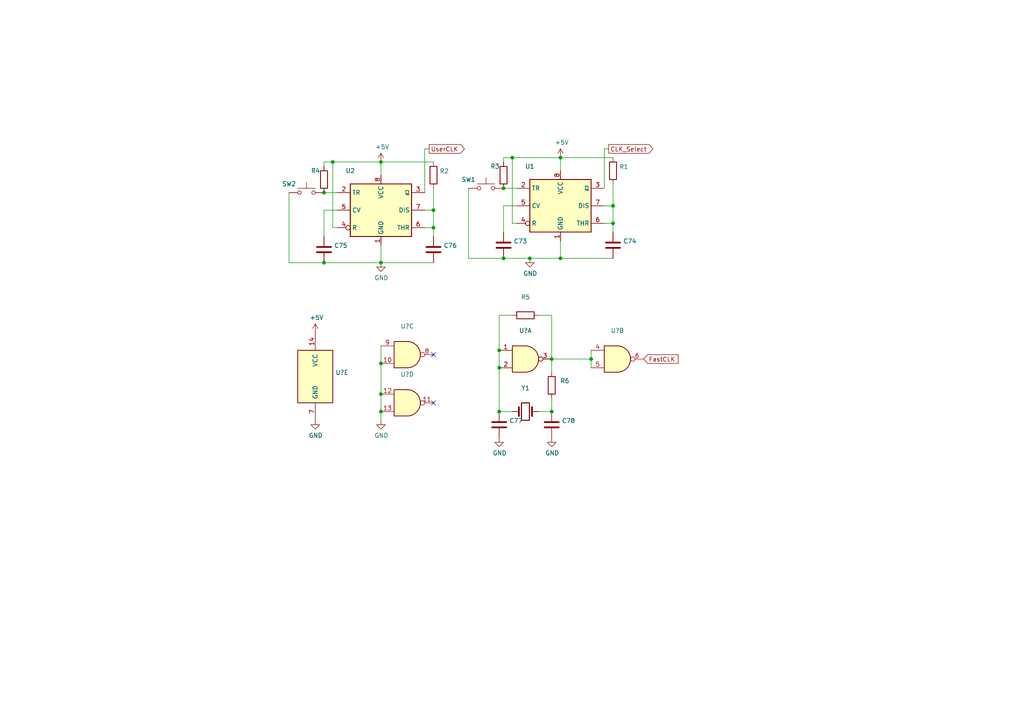
<source format=kicad_sch>
(kicad_sch (version 20211123) (generator eeschema)
  (paper "A4")
  (lib_symbols
    (symbol "74xx:74HC00" (pin_names (offset 1.016))
      (property "Reference" "U" (at 0 1.27 0))
      (property "Value" "74HC00" (at 0 -1.27 0))
      (symbol "74HC00_1_1"
        (arc (start 0 -3.81) (mid 3.81 0) (end 0 3.81) (stroke (width 0.254)) (fill (type background)))
        (polyline (pts (xy 0 3.81) (xy -3.81 3.81) (xy -3.81 -3.81) (xy 0 -3.81)) (stroke (width 0.254)) (fill (type background)))
        (pin input line (at -7.62 2.54 0) (length 3.81) (name "~") (number "1"))
        (pin input line (at -7.62 -2.54 0) (length 3.81) (name "~") (number "2"))
        (pin output inverted (at 7.62 0 180) (length 3.81) (name "~") (number "3"))
      )
      (symbol "74HC00_1_2"
        (arc (start -3.81 -3.81) (mid -2.589 0) (end -3.81 3.81) (stroke (width 0.254)))
        (arc (start -0.6096 -3.81) (mid 2.1842 -2.5851) (end 3.81 0) (stroke (width 0.254)) (fill (type background)))
        (polyline (pts (xy -3.81 -3.81) (xy -0.635 -3.81)) (stroke (width 0.254)) (fill (type background)))
        (polyline (pts (xy -3.81 3.81) (xy -0.635 3.81)) (stroke (width 0.254)) (fill (type background)))
        (polyline (pts (xy -0.635 3.81) (xy -3.81 3.81) (xy -3.81 3.81) (xy -3.556 3.4036) (xy -3.0226 2.2606) (xy -2.6924 1.0414) (xy -2.6162 -0.254) (xy -2.7686 -1.4986) (xy -3.175 -2.7178) (xy -3.81 -3.81) (xy -3.81 -3.81) (xy -0.635 -3.81)) (stroke (width -25.4)) (fill (type background)))
        (arc (start 3.81 0) (mid 2.1915 2.5936) (end -0.6096 3.81) (stroke (width 0.254)) (fill (type background)))
        (pin input inverted (at -7.62 2.54 0) (length 4.318) (name "~") (number "1"))
        (pin input inverted (at -7.62 -2.54 0) (length 4.318) (name "~") (number "2"))
        (pin output line (at 7.62 0 180) (length 3.81) (name "~") (number "3"))
      )
      (symbol "74HC00_2_1"
        (arc (start 0 -3.81) (mid 3.81 0) (end 0 3.81) (stroke (width 0.254)) (fill (type background)))
        (polyline (pts (xy 0 3.81) (xy -3.81 3.81) (xy -3.81 -3.81) (xy 0 -3.81)) (stroke (width 0.254)) (fill (type background)))
        (pin input line (at -7.62 2.54 0) (length 3.81) (name "~") (number "4"))
        (pin input line (at -7.62 -2.54 0) (length 3.81) (name "~") (number "5"))
        (pin output inverted (at 7.62 0 180) (length 3.81) (name "~") (number "6"))
      )
      (symbol "74HC00_2_2"
        (arc (start -3.81 -3.81) (mid -2.589 0) (end -3.81 3.81) (stroke (width 0.254)))
        (arc (start -0.6096 -3.81) (mid 2.1842 -2.5851) (end 3.81 0) (stroke (width 0.254)) (fill (type background)))
        (polyline (pts (xy -3.81 -3.81) (xy -0.635 -3.81)) (stroke (width 0.254)) (fill (type background)))
        (polyline (pts (xy -3.81 3.81) (xy -0.635 3.81)) (stroke (width 0.254)) (fill (type background)))
        (polyline (pts (xy -0.635 3.81) (xy -3.81 3.81) (xy -3.81 3.81) (xy -3.556 3.4036) (xy -3.0226 2.2606) (xy -2.6924 1.0414) (xy -2.6162 -0.254) (xy -2.7686 -1.4986) (xy -3.175 -2.7178) (xy -3.81 -3.81) (xy -3.81 -3.81) (xy -0.635 -3.81)) (stroke (width -25.4)) (fill (type background)))
        (arc (start 3.81 0) (mid 2.1915 2.5936) (end -0.6096 3.81) (stroke (width 0.254)) (fill (type background)))
        (pin input inverted (at -7.62 2.54 0) (length 4.318) (name "~") (number "4"))
        (pin input inverted (at -7.62 -2.54 0) (length 4.318) (name "~") (number "5"))
        (pin output line (at 7.62 0 180) (length 3.81) (name "~") (number "6"))
      )
      (symbol "74HC00_3_1"
        (arc (start 0 -3.81) (mid 3.81 0) (end 0 3.81) (stroke (width 0.254)) (fill (type background)))
        (polyline (pts (xy 0 3.81) (xy -3.81 3.81) (xy -3.81 -3.81) (xy 0 -3.81)) (stroke (width 0.254)) (fill (type background)))
        (pin input line (at -7.62 -2.54 0) (length 3.81) (name "~") (number "10"))
        (pin output inverted (at 7.62 0 180) (length 3.81) (name "~") (number "8"))
        (pin input line (at -7.62 2.54 0) (length 3.81) (name "~") (number "9"))
      )
      (symbol "74HC00_3_2"
        (arc (start -3.81 -3.81) (mid -2.589 0) (end -3.81 3.81) (stroke (width 0.254)))
        (arc (start -0.6096 -3.81) (mid 2.1842 -2.5851) (end 3.81 0) (stroke (width 0.254)) (fill (type background)))
        (polyline (pts (xy -3.81 -3.81) (xy -0.635 -3.81)) (stroke (width 0.254)) (fill (type background)))
        (polyline (pts (xy -3.81 3.81) (xy -0.635 3.81)) (stroke (width 0.254)) (fill (type background)))
        (polyline (pts (xy -0.635 3.81) (xy -3.81 3.81) (xy -3.81 3.81) (xy -3.556 3.4036) (xy -3.0226 2.2606) (xy -2.6924 1.0414) (xy -2.6162 -0.254) (xy -2.7686 -1.4986) (xy -3.175 -2.7178) (xy -3.81 -3.81) (xy -3.81 -3.81) (xy -0.635 -3.81)) (stroke (width -25.4)) (fill (type background)))
        (arc (start 3.81 0) (mid 2.1915 2.5936) (end -0.6096 3.81) (stroke (width 0.254)) (fill (type background)))
        (pin input inverted (at -7.62 -2.54 0) (length 4.318) (name "~") (number "10"))
        (pin output line (at 7.62 0 180) (length 3.81) (name "~") (number "8"))
        (pin input inverted (at -7.62 2.54 0) (length 4.318) (name "~") (number "9"))
      )
      (symbol "74HC00_4_1"
        (arc (start 0 -3.81) (mid 3.81 0) (end 0 3.81) (stroke (width 0.254)) (fill (type background)))
        (polyline (pts (xy 0 3.81) (xy -3.81 3.81) (xy -3.81 -3.81) (xy 0 -3.81)) (stroke (width 0.254)) (fill (type background)))
        (pin output inverted (at 7.62 0 180) (length 3.81) (name "~") (number "11"))
        (pin input line (at -7.62 2.54 0) (length 3.81) (name "~") (number "12"))
        (pin input line (at -7.62 -2.54 0) (length 3.81) (name "~") (number "13"))
      )
      (symbol "74HC00_4_2"
        (arc (start -3.81 -3.81) (mid -2.589 0) (end -3.81 3.81) (stroke (width 0.254)))
        (arc (start -0.6096 -3.81) (mid 2.1842 -2.5851) (end 3.81 0) (stroke (width 0.254)) (fill (type background)))
        (polyline (pts (xy -3.81 -3.81) (xy -0.635 -3.81)) (stroke (width 0.254)) (fill (type background)))
        (polyline (pts (xy -3.81 3.81) (xy -0.635 3.81)) (stroke (width 0.254)) (fill (type background)))
        (polyline (pts (xy -0.635 3.81) (xy -3.81 3.81) (xy -3.81 3.81) (xy -3.556 3.4036) (xy -3.0226 2.2606) (xy -2.6924 1.0414) (xy -2.6162 -0.254) (xy -2.7686 -1.4986) (xy -3.175 -2.7178) (xy -3.81 -3.81) (xy -3.81 -3.81) (xy -0.635 -3.81)) (stroke (width -25.4)) (fill (type background)))
        (arc (start 3.81 0) (mid 2.1915 2.5936) (end -0.6096 3.81) (stroke (width 0.254)) (fill (type background)))
        (pin output line (at 7.62 0 180) (length 3.81) (name "~") (number "11"))
        (pin input inverted (at -7.62 2.54 0) (length 4.318) (name "~") (number "12"))
        (pin input inverted (at -7.62 -2.54 0) (length 4.318) (name "~") (number "13"))
      )
      (symbol "74HC00_5_0"
        (pin power_in line (at 0 12.7 270) (length 5.08) (name "VCC") (number "14"))
        (pin power_in line (at 0 -12.7 90) (length 5.08) (name "GND") (number "7"))
      )
      (symbol "74HC00_5_1"
        (rectangle (start -5.08 7.62) (end 5.08 -7.62) (stroke (width 0.254)) (fill (type background)))
      )
    )
    (symbol "Device:C" (pin_numbers hide) (pin_names (offset 0.254))
      (property "Reference" "C" (at 0.635 2.54 0))
      (property "Value" "C" (at 0.635 -2.54 0))
      (symbol "C_0_1"
        (polyline (pts (xy -2.032 -0.762) (xy 2.032 -0.762)) (stroke (width 0.508)))
        (polyline (pts (xy -2.032 0.762) (xy 2.032 0.762)) (stroke (width 0.508)))
      )
      (symbol "C_1_1"
        (pin passive line (at 0 3.81 270) (length 2.794) (name "~") (number "1"))
        (pin passive line (at 0 -3.81 90) (length 2.794) (name "~") (number "2"))
      )
    )
    (symbol "Device:Crystal" (pin_numbers hide) (pin_names (offset 1.016) hide)
      (property "Reference" "Y" (at 0 3.81 0))
      (property "Value" "Crystal" (at 0 -3.81 0))
      (symbol "Crystal_0_1"
        (rectangle (start -1.143 2.54) (end 1.143 -2.54) (stroke (width 0.3048)))
        (polyline (pts (xy -2.54 0) (xy -1.905 0)))
        (polyline (pts (xy -1.905 -1.27) (xy -1.905 1.27)) (stroke (width 0.508)))
        (polyline (pts (xy 1.905 -1.27) (xy 1.905 1.27)) (stroke (width 0.508)))
        (polyline (pts (xy 2.54 0) (xy 1.905 0)))
      )
      (symbol "Crystal_1_1"
        (pin passive line (at -3.81 0 0) (length 1.27) (name "1") (number "1"))
        (pin passive line (at 3.81 0 180) (length 1.27) (name "2") (number "2"))
      )
    )
    (symbol "Device:R" (pin_numbers hide) (pin_names (offset 0))
      (property "Reference" "R" (at 2.032 0 90))
      (property "Value" "R" (at 0 0 90))
      (symbol "R_0_1"
        (rectangle (start -1.016 -2.54) (end 1.016 2.54) (stroke (width 0.254)))
      )
      (symbol "R_1_1"
        (pin passive line (at 0 3.81 270) (length 1.27) (name "~") (number "1"))
        (pin passive line (at 0 -3.81 90) (length 1.27) (name "~") (number "2"))
      )
    )
    (symbol "MAX7000CPU-Gen2_5-rescue:+5V-power-MAX7000CPU-Gen2-rescue" (power) (pin_names (offset 0))
      (property "Value" "+5V-power-MAX7000CPU-Gen2-rescue" (at 0 3.556 0))
      (symbol "+5V-power-MAX7000CPU-Gen2-rescue_0_1"
        (polyline (pts (xy -0.762 1.27) (xy 0 2.54)))
        (polyline (pts (xy 0 0) (xy 0 2.54)))
        (polyline (pts (xy 0 2.54) (xy 0.762 1.27)))
      )
      (symbol "+5V-power-MAX7000CPU-Gen2-rescue_1_1"
        (pin power_in line (at 0 0 90) (length 0) hide (name "+5V") (number "1"))
      )
    )
    (symbol "MAX7000CPU-Gen2_5-rescue:C-Device-MAX7000CPU-Gen2-rescue" (pin_numbers hide) (pin_names (offset 0.254))
      (property "Reference" "C" (at 0.635 2.54 0))
      (property "Value" "C-Device-MAX7000CPU-Gen2-rescue" (at 0.635 -2.54 0))
      (symbol "C-Device-MAX7000CPU-Gen2-rescue_0_1"
        (polyline (pts (xy -2.032 -0.762) (xy 2.032 -0.762)) (stroke (width 0.508)))
        (polyline (pts (xy -2.032 0.762) (xy 2.032 0.762)) (stroke (width 0.508)))
      )
      (symbol "C-Device-MAX7000CPU-Gen2-rescue_1_1"
        (pin passive line (at 0 3.81 270) (length 2.794) (name "~") (number "1"))
        (pin passive line (at 0 -3.81 90) (length 2.794) (name "~") (number "2"))
      )
    )
    (symbol "MAX7000CPU-Gen2_5-rescue:GND-power-MAX7000CPU-Gen2-rescue" (power) (pin_names (offset 0))
      (property "Value" "GND-power-MAX7000CPU-Gen2-rescue" (at 0 -3.81 0))
      (symbol "GND-power-MAX7000CPU-Gen2-rescue_0_1"
        (polyline (pts (xy 0 0) (xy 0 -1.27) (xy 1.27 -1.27) (xy 0 -2.54) (xy -1.27 -1.27) (xy 0 -1.27)))
      )
      (symbol "GND-power-MAX7000CPU-Gen2-rescue_1_1"
        (pin power_in line (at 0 0 270) (length 0) hide (name "GND") (number "1"))
      )
    )
    (symbol "MAX7000CPU-Gen2_5-rescue:NE555P-Timer-MAX7000CPU-Gen2-rescue"
      (property "Reference" "U" (at -10.16 8.89 0))
      (property "Value" "NE555P-Timer-MAX7000CPU-Gen2-rescue" (at 2.54 8.89 0))
      (symbol "NE555P-Timer-MAX7000CPU-Gen2-rescue_0_0"
        (pin power_in line (at 0 -10.16 90) (length 2.54) (name "GND") (number "1"))
        (pin power_in line (at 0 10.16 270) (length 2.54) (name "VCC") (number "8"))
      )
      (symbol "NE555P-Timer-MAX7000CPU-Gen2-rescue_0_1"
        (rectangle (start -8.89 -7.62) (end 8.89 7.62) (stroke (width 0.254)) (fill (type background)))
        (rectangle (start -8.89 -7.62) (end 8.89 7.62) (stroke (width 0.254)) (fill (type background)))
      )
      (symbol "NE555P-Timer-MAX7000CPU-Gen2-rescue_1_1"
        (pin input line (at -12.7 5.08 0) (length 3.81) (name "TR") (number "2"))
        (pin output line (at 12.7 5.08 180) (length 3.81) (name "Q") (number "3"))
        (pin input inverted (at -12.7 -5.08 0) (length 3.81) (name "R") (number "4"))
        (pin input line (at -12.7 0 0) (length 3.81) (name "CV") (number "5"))
        (pin input line (at 12.7 -5.08 180) (length 3.81) (name "THR") (number "6"))
        (pin input line (at 12.7 0 180) (length 3.81) (name "DIS") (number "7"))
      )
    )
    (symbol "MAX7000CPU-Gen2_5-rescue:R-Device-MAX7000CPU-Gen2-rescue" (pin_numbers hide) (pin_names (offset 0))
      (property "Reference" "R" (at 2.032 0 90))
      (property "Value" "R-Device-MAX7000CPU-Gen2-rescue" (at 0 0 90))
      (symbol "R-Device-MAX7000CPU-Gen2-rescue_0_1"
        (rectangle (start -1.016 -2.54) (end 1.016 2.54) (stroke (width 0.254)))
      )
      (symbol "R-Device-MAX7000CPU-Gen2-rescue_1_1"
        (pin passive line (at 0 3.81 270) (length 1.27) (name "~") (number "1"))
        (pin passive line (at 0 -3.81 90) (length 1.27) (name "~") (number "2"))
      )
    )
    (symbol "MAX7000CPU-Gen2_5-rescue:SW_Push-Switch-MAX7000CPU-Gen2-rescue" (pin_numbers hide) (pin_names (offset 1.016) hide)
      (property "Reference" "SW" (at 1.27 2.54 0))
      (property "Value" "SW_Push-Switch-MAX7000CPU-Gen2-rescue" (at 0 -1.524 0))
      (symbol "SW_Push-Switch-MAX7000CPU-Gen2-rescue_0_1"
        (circle (center -2.032 0) (radius 0.508))
        (polyline (pts (xy 0 1.27) (xy 0 3.048)))
        (polyline (pts (xy 2.54 1.27) (xy -2.54 1.27)))
        (circle (center 2.032 0) (radius 0.508))
        (pin passive line (at -5.08 0 0) (length 2.54) (name "1") (number "1"))
        (pin passive line (at 5.08 0 180) (length 2.54) (name "2") (number "2"))
      )
    )
    (symbol "power:GND" (power) (pin_names (offset 0))
      (property "Value" "GND" (at 0 -3.81 0))
      (symbol "GND_0_1"
        (polyline (pts (xy 0 0) (xy 0 -1.27) (xy 1.27 -1.27) (xy 0 -2.54) (xy -1.27 -1.27) (xy 0 -1.27)))
      )
      (symbol "GND_1_1"
        (pin power_in line (at 0 0 270) (length 0) hide (name "GND") (number "1"))
      )
    )
  )
  (junction (at 110.49 114.3))
  (junction (at 160.02 119.38))
  (junction (at 110.49 76.2))
  (junction (at 93.98 76.2))
  (junction (at 146.05 74.93))
  (junction (at 96.52 46.99))
  (junction (at 110.49 119.38))
  (junction (at 144.78 101.6))
  (junction (at 160.02 104.14))
  (junction (at 177.8 64.77))
  (junction (at 162.56 45.72))
  (junction (at 110.49 46.99))
  (junction (at 177.8 59.69))
  (junction (at 162.56 74.93))
  (junction (at 153.67 74.93))
  (junction (at 148.59 45.72))
  (junction (at 93.98 55.88))
  (junction (at 146.05 54.61))
  (junction (at 144.78 106.68))
  (junction (at 125.73 60.96))
  (junction (at 144.78 119.38))
  (junction (at 110.49 105.41))
  (junction (at 125.73 66.04))
  (junction (at 171.45 104.14))
  (no_connect (at 125.73 116.84))
  (no_connect (at 125.73 102.87))
  (wire (pts (xy 153.67 74.93) (xy 146.05 74.93)))
  (wire (pts (xy 96.52 66.04) (xy 96.52 46.99)))
  (wire (pts (xy 175.26 54.61) (xy 175.26 43.18)))
  (wire (pts (xy 148.59 119.38) (xy 144.78 119.38)))
  (wire (pts (xy 110.49 71.12) (xy 110.49 76.2)))
  (wire (pts (xy 110.49 105.41) (xy 110.49 114.3)))
  (wire (pts (xy 175.26 64.77) (xy 177.8 64.77)))
  (wire (pts (xy 162.56 74.93) (xy 153.67 74.93)))
  (wire (pts (xy 125.73 54.61) (xy 125.73 60.96)))
  (wire (pts (xy 93.98 46.99) (xy 93.98 48.26)))
  (wire (pts (xy 160.02 104.14) (xy 171.45 104.14)))
  (wire (pts (xy 177.8 53.34) (xy 177.8 59.69)))
  (wire (pts (xy 144.78 91.44) (xy 144.78 101.6)))
  (wire (pts (xy 175.26 43.18) (xy 176.53 43.18)))
  (wire (pts (xy 175.26 59.69) (xy 177.8 59.69)))
  (wire (pts (xy 125.73 76.2) (xy 110.49 76.2)))
  (wire (pts (xy 149.86 59.69) (xy 146.05 59.69)))
  (wire (pts (xy 160.02 115.57) (xy 160.02 119.38)))
  (wire (pts (xy 125.73 60.96) (xy 125.73 66.04)))
  (wire (pts (xy 146.05 45.72) (xy 146.05 46.99)))
  (wire (pts (xy 149.86 64.77) (xy 148.59 64.77)))
  (wire (pts (xy 83.82 55.88) (xy 83.82 76.2)))
  (wire (pts (xy 110.49 50.8) (xy 110.49 46.99)))
  (wire (pts (xy 93.98 60.96) (xy 93.98 68.58)))
  (wire (pts (xy 177.8 64.77) (xy 177.8 67.31)))
  (wire (pts (xy 125.73 66.04) (xy 125.73 68.58)))
  (wire (pts (xy 93.98 46.99) (xy 96.52 46.99)))
  (wire (pts (xy 123.19 60.96) (xy 125.73 60.96)))
  (wire (pts (xy 110.49 100.33) (xy 110.49 105.41)))
  (wire (pts (xy 144.78 101.6) (xy 144.78 106.68)))
  (wire (pts (xy 146.05 45.72) (xy 148.59 45.72)))
  (wire (pts (xy 123.19 66.04) (xy 125.73 66.04)))
  (wire (pts (xy 135.89 74.93) (xy 146.05 74.93)))
  (wire (pts (xy 123.19 55.88) (xy 123.19 43.18)))
  (wire (pts (xy 148.59 64.77) (xy 148.59 45.72)))
  (wire (pts (xy 162.56 69.85) (xy 162.56 74.93)))
  (wire (pts (xy 146.05 59.69) (xy 146.05 67.31)))
  (wire (pts (xy 110.49 76.2) (xy 93.98 76.2)))
  (wire (pts (xy 110.49 46.99) (xy 125.73 46.99)))
  (wire (pts (xy 171.45 106.68) (xy 171.45 104.14)))
  (wire (pts (xy 110.49 119.38) (xy 110.49 121.92)))
  (wire (pts (xy 83.82 76.2) (xy 93.98 76.2)))
  (wire (pts (xy 162.56 45.72) (xy 177.8 45.72)))
  (wire (pts (xy 156.21 91.44) (xy 160.02 91.44)))
  (wire (pts (xy 156.21 119.38) (xy 160.02 119.38)))
  (wire (pts (xy 135.89 54.61) (xy 135.89 74.93)))
  (wire (pts (xy 148.59 45.72) (xy 162.56 45.72)))
  (wire (pts (xy 146.05 54.61) (xy 149.86 54.61)))
  (wire (pts (xy 171.45 104.14) (xy 171.45 101.6)))
  (wire (pts (xy 177.8 59.69) (xy 177.8 64.77)))
  (wire (pts (xy 123.19 43.18) (xy 124.46 43.18)))
  (wire (pts (xy 110.49 114.3) (xy 110.49 119.38)))
  (wire (pts (xy 144.78 106.68) (xy 144.78 119.38)))
  (wire (pts (xy 160.02 91.44) (xy 160.02 104.14)))
  (wire (pts (xy 162.56 49.53) (xy 162.56 45.72)))
  (wire (pts (xy 96.52 46.99) (xy 110.49 46.99)))
  (wire (pts (xy 97.79 66.04) (xy 96.52 66.04)))
  (wire (pts (xy 93.98 55.88) (xy 97.79 55.88)))
  (wire (pts (xy 97.79 60.96) (xy 93.98 60.96)))
  (wire (pts (xy 177.8 74.93) (xy 162.56 74.93)))
  (wire (pts (xy 160.02 104.14) (xy 160.02 107.95)))
  (wire (pts (xy 144.78 91.44) (xy 148.59 91.44)))
  (global_label "CLK_Select" (shape output) (at 176.53 43.18 0) (property "Intersheet References" "${INTERSHEET_REFS}" (effects hide)))
  (global_label "FastCLK" (shape input) (at 186.69 104.14 0) (property "Intersheet References" "${INTERSHEET_REFS}" (effects hide)))
  (global_label "UserCLK" (shape output) (at 124.46 43.18 0) (property "Intersheet References" "${INTERSHEET_REFS}" (effects hide)))
  (symbol (lib_id "74xx:74HC00") (at 152.4 104.14 0) (unit 1)
    (property "Reference" "U?" (at 152.4 95.885 0))
    (property "Datasheet" "http://www.ti.com/lit/gpn/sn74hc00" (effects hide))
  )
  (symbol (lib_id "74xx:74HC00") (at 179.07 104.14 0) (unit 2)
    (property "Reference" "U?" (at 179.07 95.885 0))
    (property "Datasheet" "http://www.ti.com/lit/gpn/sn74hc00" (effects hide))
  )
  (symbol (lib_id "74xx:74HC00") (at 118.11 102.87 0) (unit 3)
    (property "Reference" "U?" (at 118.11 94.615 0))
    (property "Datasheet" "http://www.ti.com/lit/gpn/sn74hc00" (effects hide))
  )
  (symbol (lib_id "74xx:74HC00") (at 118.11 116.84 0) (unit 4)
    (property "Reference" "U?" (at 118.11 108.585 0))
    (property "Datasheet" "http://www.ti.com/lit/gpn/sn74hc00" (effects hide))
  )
  (symbol (lib_id "74xx:74HC00") (at 91.44 109.22 0) (unit 5)
    (property "Reference" "U?" (at 97.282 108.0516 0) (effects (justify left)))
    (property "Datasheet" "http://www.ti.com/lit/gpn/sn74hc00" (effects hide))
  )
  (symbol (lib_id "MAX7000CPU-Gen2_5-rescue:+5V-power-MAX7000CPU-Gen2-rescue") (at 91.44 96.52 0) (unit 1)
    (property "Reference" "#PWR011" (effects hide))
  )
  (symbol (lib_id "MAX7000CPU-Gen2_5-rescue:GND-power-MAX7000CPU-Gen2-rescue") (at 91.44 121.92 0) (unit 1)
    (property "Reference" "#PWR012" (effects hide))
  )
  (symbol (lib_id "Device:R") (at 152.4 91.44 270) (unit 1)
    (property "Reference" "R5" (at 152.4 86.1822 90))
  )
  (symbol (lib_id "MAX7000CPU-Gen2_5-rescue:NE555P-Timer-MAX7000CPU-Gen2-rescue") (at 110.49 60.96 0) (unit 1)
    (property "Reference" "U2" (at 101.6 49.53 0))
    (property "Datasheet" "http://www.ti.com/lit/ds/symlink/ne555.pdf" (effects hide))
  )
  (symbol (lib_id "MAX7000CPU-Gen2_5-rescue:R-Device-MAX7000CPU-Gen2-rescue") (at 125.73 50.8 0) (unit 1)
    (property "Reference" "R2" (at 127.508 49.6316 0) (effects (justify left)))
  )
  (symbol (lib_id "MAX7000CPU-Gen2_5-rescue:R-Device-MAX7000CPU-Gen2-rescue") (at 93.98 52.07 0) (unit 1)
    (property "Reference" "R4" (at 90.17 49.53 0) (effects (justify left)))
  )
  (symbol (lib_id "MAX7000CPU-Gen2_5-rescue:C-Device-MAX7000CPU-Gen2-rescue") (at 125.73 72.39 0) (unit 1)
    (property "Reference" "C76" (at 128.651 71.2216 0) (effects (justify left)))
  )
  (symbol (lib_id "MAX7000CPU-Gen2_5-rescue:C-Device-MAX7000CPU-Gen2-rescue") (at 93.98 72.39 0) (unit 1)
    (property "Reference" "C75" (at 96.901 71.2216 0) (effects (justify left)))
  )
  (symbol (lib_id "MAX7000CPU-Gen2_5-rescue:SW_Push-Switch-MAX7000CPU-Gen2-rescue") (at 88.9 55.88 0) (unit 1)
    (property "Reference" "SW2" (at 83.82 53.34 0))
  )
  (symbol (lib_id "MAX7000CPU-Gen2_5-rescue:+5V-power-MAX7000CPU-Gen2-rescue") (at 110.49 46.99 0) (unit 1)
    (property "Reference" "#PWR08" (effects hide))
  )
  (symbol (lib_id "MAX7000CPU-Gen2_5-rescue:GND-power-MAX7000CPU-Gen2-rescue") (at 110.49 76.2 0) (unit 1)
    (property "Reference" "#PWR010" (effects hide))
  )
  (symbol (lib_id "MAX7000CPU-Gen2_5-rescue:GND-power-MAX7000CPU-Gen2-rescue") (at 153.67 74.93 0) (unit 1)
    (property "Reference" "#PWR09" (effects hide))
  )
  (symbol (lib_id "MAX7000CPU-Gen2_5-rescue:+5V-power-MAX7000CPU-Gen2-rescue") (at 162.56 45.72 0) (unit 1)
    (property "Reference" "#PWR07" (effects hide))
  )
  (symbol (lib_id "MAX7000CPU-Gen2_5-rescue:SW_Push-Switch-MAX7000CPU-Gen2-rescue") (at 140.97 54.61 0) (unit 1)
    (property "Reference" "SW1" (at 135.89 52.07 0))
  )
  (symbol (lib_id "MAX7000CPU-Gen2_5-rescue:C-Device-MAX7000CPU-Gen2-rescue") (at 146.05 71.12 0) (unit 1)
    (property "Reference" "C73" (at 148.971 69.9516 0) (effects (justify left)))
  )
  (symbol (lib_id "MAX7000CPU-Gen2_5-rescue:C-Device-MAX7000CPU-Gen2-rescue") (at 177.8 71.12 0) (unit 1)
    (property "Reference" "C74" (at 180.721 69.9516 0) (effects (justify left)))
  )
  (symbol (lib_id "MAX7000CPU-Gen2_5-rescue:R-Device-MAX7000CPU-Gen2-rescue") (at 146.05 50.8 0) (unit 1)
    (property "Reference" "R3" (at 142.24 48.26 0) (effects (justify left)))
  )
  (symbol (lib_id "MAX7000CPU-Gen2_5-rescue:R-Device-MAX7000CPU-Gen2-rescue") (at 177.8 49.53 0) (unit 1)
    (property "Reference" "R1" (at 179.578 48.3616 0) (effects (justify left)))
  )
  (symbol (lib_id "MAX7000CPU-Gen2_5-rescue:NE555P-Timer-MAX7000CPU-Gen2-rescue") (at 162.56 59.69 0) (unit 1)
    (property "Reference" "U1" (at 153.67 48.26 0))
    (property "Datasheet" "http://www.ti.com/lit/ds/symlink/ne555.pdf" (effects hide))
  )
  (symbol (lib_id "Device:R") (at 160.02 111.76 0) (unit 1)
    (property "Reference" "R6" (at 163.83 110.49 0))
  )
  (symbol (lib_id "Device:Crystal") (at 152.4 119.38 0) (unit 1)
    (property "Reference" "Y1" (at 152.4 112.5728 0))
  )
  (symbol (lib_id "Device:C") (at 160.02 123.19 0) (unit 1)
    (property "Reference" "C78" (at 162.941 122.0216 0) (effects (justify left)))
  )
  (symbol (lib_id "Device:C") (at 144.78 123.19 0) (unit 1)
    (property "Reference" "C77" (at 147.701 122.0216 0) (effects (justify left)))
  )
  (symbol (lib_id "MAX7000CPU-Gen2_5-rescue:GND-power-MAX7000CPU-Gen2-rescue") (at 144.78 127 0) (unit 1)
    (property "Reference" "#PWR014" (effects hide))
  )
  (symbol (lib_id "MAX7000CPU-Gen2_5-rescue:GND-power-MAX7000CPU-Gen2-rescue") (at 160.02 127 0) (unit 1)
    (property "Reference" "#PWR015" (effects hide))
  )
  (symbol (lib_id "power:GND") (at 110.49 121.92 0) (unit 1)
    (property "Reference" "#PWR013" (effects hide))
  )
)
</source>
